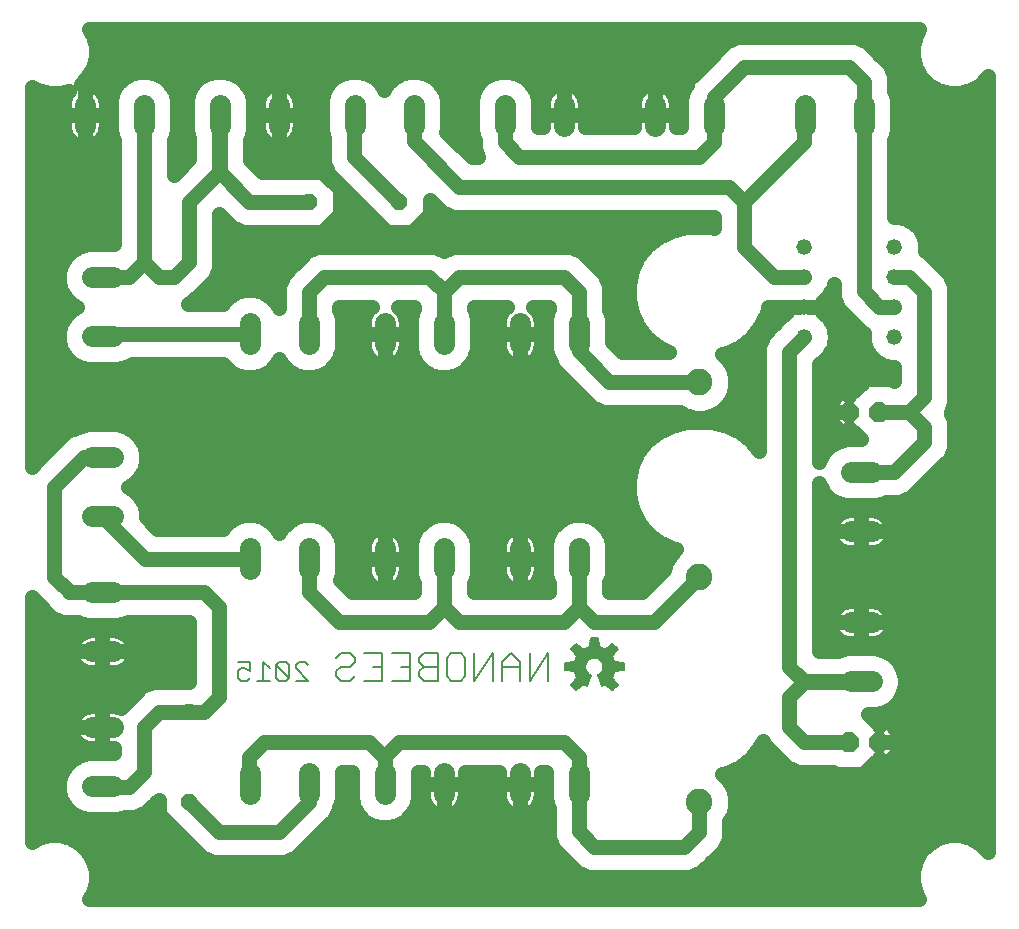
<source format=gbl>
G75*
%MOIN*%
%OFA0B0*%
%FSLAX24Y24*%
%IPPOS*%
%LPD*%
%AMOC8*
5,1,8,0,0,1.08239X$1,22.5*
%
%ADD10C,0.0080*%
%ADD11C,0.0060*%
%ADD12C,0.0520*%
%ADD13C,0.0886*%
%ADD14OC8,0.0660*%
%ADD15OC8,0.0520*%
%ADD16C,0.0700*%
%ADD17C,0.0059*%
%ADD18C,0.0500*%
D10*
X011404Y011540D02*
X011711Y011540D01*
X011864Y011693D01*
X011711Y012000D02*
X011404Y012000D01*
X011251Y011847D01*
X011251Y011693D01*
X011404Y011540D01*
X011711Y012000D02*
X011864Y012154D01*
X011864Y012307D01*
X011711Y012461D01*
X011404Y012461D01*
X011251Y012307D01*
X012171Y012461D02*
X012785Y012461D01*
X012785Y011540D01*
X012171Y011540D01*
X012478Y012000D02*
X012785Y012000D01*
X013092Y011540D02*
X013706Y011540D01*
X013706Y012461D01*
X013092Y012461D01*
X013399Y012000D02*
X013706Y012000D01*
X014013Y011847D02*
X014013Y011693D01*
X014166Y011540D01*
X014627Y011540D01*
X014627Y012461D01*
X014166Y012461D01*
X014013Y012307D01*
X014013Y012154D01*
X014166Y012000D01*
X014627Y012000D01*
X014934Y011693D02*
X014934Y012307D01*
X015087Y012461D01*
X015394Y012461D01*
X015548Y012307D01*
X015548Y011693D01*
X015394Y011540D01*
X015087Y011540D01*
X014934Y011693D01*
X014166Y012000D02*
X014013Y011847D01*
X015855Y011540D02*
X015855Y012461D01*
X016468Y012461D02*
X015855Y011540D01*
X016468Y011540D02*
X016468Y012461D01*
X016775Y012154D02*
X016775Y011540D01*
X016775Y012000D02*
X017389Y012000D01*
X017389Y012154D02*
X017389Y011540D01*
X017696Y011540D02*
X017696Y012461D01*
X017389Y012154D02*
X017082Y012461D01*
X016775Y012154D01*
X017696Y011540D02*
X018310Y012461D01*
X018310Y011540D01*
D11*
X010320Y011530D02*
X009893Y011957D01*
X009893Y012064D01*
X010000Y012171D01*
X010213Y012171D01*
X010320Y012064D01*
X010320Y011530D02*
X009893Y011530D01*
X009675Y011637D02*
X009248Y012064D01*
X009248Y011637D01*
X009355Y011530D01*
X009569Y011530D01*
X009675Y011637D01*
X009675Y012064D01*
X009569Y012171D01*
X009355Y012171D01*
X009248Y012064D01*
X009031Y011957D02*
X008817Y012171D01*
X008817Y011530D01*
X008604Y011530D02*
X009031Y011530D01*
X008386Y011637D02*
X008280Y011530D01*
X008066Y011530D01*
X007959Y011637D01*
X007959Y011850D01*
X008066Y011957D01*
X008173Y011957D01*
X008386Y011850D01*
X008386Y012171D01*
X007959Y012171D01*
D12*
X026850Y023000D03*
X026850Y024000D03*
X026850Y025000D03*
X026850Y026000D03*
X029850Y026000D03*
X029850Y025000D03*
X029850Y024000D03*
X029850Y023000D03*
D13*
X023350Y021500D03*
X023350Y015000D03*
X023350Y007500D03*
D14*
X028350Y009500D03*
X029350Y009500D03*
X029350Y020500D03*
X028350Y020500D03*
D15*
X013350Y027500D03*
X010350Y027500D03*
X006350Y010500D03*
X006350Y007500D03*
D16*
X008366Y007756D02*
X008366Y008456D01*
X010334Y008456D02*
X010334Y007756D01*
X012866Y007756D02*
X012866Y008456D01*
X014834Y008456D02*
X014834Y007756D01*
X017366Y007756D02*
X017366Y008456D01*
X019334Y008456D02*
X019334Y007756D01*
X019334Y015256D02*
X019334Y015956D01*
X017366Y015956D02*
X017366Y015256D01*
X014834Y015256D02*
X014834Y015956D01*
X012866Y015956D02*
X012866Y015256D01*
X010334Y015256D02*
X010334Y015956D01*
X008366Y015956D02*
X008366Y015256D01*
X003806Y014484D02*
X003106Y014484D01*
X003106Y012516D02*
X003806Y012516D01*
X003806Y009984D02*
X003106Y009984D01*
X003106Y008016D02*
X003806Y008016D01*
X003806Y017016D02*
X003106Y017016D01*
X003106Y018984D02*
X003806Y018984D01*
X003806Y023016D02*
X003106Y023016D01*
X003106Y024984D02*
X003806Y024984D01*
X008366Y023456D02*
X008366Y022756D01*
X010334Y022756D02*
X010334Y023456D01*
X012866Y023456D02*
X012866Y022756D01*
X014834Y022756D02*
X014834Y023456D01*
X017366Y023456D02*
X017366Y022756D01*
X019334Y022756D02*
X019334Y023456D01*
X018834Y030044D02*
X018834Y030744D01*
X016866Y030744D02*
X016866Y030044D01*
X013834Y030044D02*
X013834Y030744D01*
X011866Y030744D02*
X011866Y030044D01*
X009334Y030044D02*
X009334Y030744D01*
X007366Y030744D02*
X007366Y030044D01*
X004834Y030044D02*
X004834Y030744D01*
X002866Y030744D02*
X002866Y030044D01*
X021866Y030044D02*
X021866Y030744D01*
X023834Y030744D02*
X023834Y030044D01*
X026866Y030044D02*
X026866Y030744D01*
X028834Y030744D02*
X028834Y030044D01*
X029094Y018484D02*
X028394Y018484D01*
X028394Y016516D02*
X029094Y016516D01*
X029094Y013484D02*
X028394Y013484D01*
X028394Y011516D02*
X029094Y011516D01*
D17*
X020827Y011880D02*
X020827Y012120D01*
X020509Y012152D01*
X020475Y012259D01*
X020424Y012359D01*
X020626Y012606D01*
X020456Y012776D01*
X020209Y012574D01*
X020109Y012625D01*
X020002Y012659D01*
X019970Y012977D01*
X019730Y012977D01*
X019698Y012659D01*
X019591Y012625D01*
X019491Y012574D01*
X019244Y012776D01*
X019074Y012606D01*
X019276Y012359D01*
X019225Y012259D01*
X019191Y012152D01*
X018873Y012120D01*
X018873Y011880D01*
X019191Y011848D01*
X019225Y011741D01*
X019276Y011641D01*
X019074Y011394D01*
X019244Y011224D01*
X019491Y011426D01*
X019591Y011375D01*
X019732Y011716D01*
X019679Y011744D01*
X019632Y011782D01*
X019594Y011829D01*
X019566Y011882D01*
X019548Y011940D01*
X019542Y012000D01*
X019549Y012063D01*
X019568Y012123D01*
X019599Y012178D01*
X019641Y012225D01*
X019691Y012263D01*
X019748Y012290D01*
X019810Y012305D01*
X019873Y012307D01*
X019935Y012296D01*
X019994Y012272D01*
X020046Y012237D01*
X020090Y012192D01*
X020125Y012139D01*
X020147Y012080D01*
X020157Y012017D01*
X020154Y011954D01*
X020138Y011893D01*
X020110Y011836D01*
X020072Y011787D01*
X020023Y011746D01*
X019968Y011716D01*
X020109Y011375D01*
X020209Y011426D01*
X020456Y011224D01*
X020626Y011394D01*
X020424Y011641D01*
X020475Y011741D01*
X020509Y011848D01*
X020827Y011880D01*
X020827Y011918D02*
X020145Y011918D01*
X020155Y011975D02*
X020827Y011975D01*
X020827Y012033D02*
X020155Y012033D01*
X020143Y012090D02*
X020827Y012090D01*
X020553Y012148D02*
X020119Y012148D01*
X020077Y012205D02*
X020492Y012205D01*
X020473Y012263D02*
X020007Y012263D01*
X019690Y012263D02*
X019227Y012263D01*
X019208Y012205D02*
X019623Y012205D01*
X019582Y012148D02*
X019147Y012148D01*
X019256Y012320D02*
X020444Y012320D01*
X020440Y012378D02*
X019260Y012378D01*
X019213Y012436D02*
X020487Y012436D01*
X020534Y012493D02*
X019166Y012493D01*
X019120Y012551D02*
X020580Y012551D01*
X020623Y012608D02*
X020251Y012608D01*
X020321Y012666D02*
X020566Y012666D01*
X020508Y012723D02*
X020392Y012723D01*
X020142Y012608D02*
X019558Y012608D01*
X019449Y012608D02*
X019077Y012608D01*
X019134Y012666D02*
X019379Y012666D01*
X019308Y012723D02*
X019192Y012723D01*
X019698Y012666D02*
X020002Y012666D01*
X019996Y012723D02*
X019704Y012723D01*
X019710Y012781D02*
X019990Y012781D01*
X019984Y012838D02*
X019716Y012838D01*
X019722Y012896D02*
X019978Y012896D01*
X019972Y012954D02*
X019728Y012954D01*
X019558Y012090D02*
X018873Y012090D01*
X018873Y012033D02*
X019546Y012033D01*
X019545Y011975D02*
X018873Y011975D01*
X018873Y011918D02*
X019555Y011918D01*
X019578Y011860D02*
X019071Y011860D01*
X019205Y011802D02*
X019616Y011802D01*
X019678Y011745D02*
X019224Y011745D01*
X019253Y011687D02*
X019720Y011687D01*
X019697Y011630D02*
X019267Y011630D01*
X019220Y011572D02*
X019673Y011572D01*
X019649Y011515D02*
X019173Y011515D01*
X019126Y011457D02*
X019625Y011457D01*
X019601Y011400D02*
X019543Y011400D01*
X019459Y011400D02*
X019079Y011400D01*
X019126Y011342D02*
X019388Y011342D01*
X019318Y011284D02*
X019184Y011284D01*
X019242Y011227D02*
X019247Y011227D01*
X020027Y011572D02*
X020480Y011572D01*
X020433Y011630D02*
X020003Y011630D01*
X019980Y011687D02*
X020447Y011687D01*
X020476Y011745D02*
X020021Y011745D01*
X020084Y011802D02*
X020495Y011802D01*
X020629Y011860D02*
X020122Y011860D01*
X020051Y011515D02*
X020527Y011515D01*
X020574Y011457D02*
X020075Y011457D01*
X020099Y011400D02*
X020157Y011400D01*
X020241Y011400D02*
X020621Y011400D01*
X020574Y011342D02*
X020312Y011342D01*
X020382Y011284D02*
X020516Y011284D01*
X020458Y011227D02*
X020453Y011227D01*
D18*
X003136Y004467D02*
X003010Y004250D01*
X030690Y004250D01*
X030564Y004467D01*
X030470Y004818D01*
X030470Y005182D01*
X030564Y005533D01*
X030746Y005847D01*
X031003Y006104D01*
X031317Y006286D01*
X031668Y006380D01*
X032032Y006380D01*
X032383Y006286D01*
X032697Y006104D01*
X032954Y005847D01*
X032970Y005820D01*
X032970Y031680D01*
X032954Y031653D01*
X032697Y031396D01*
X032383Y031214D01*
X032032Y031120D01*
X031668Y031120D01*
X031317Y031214D01*
X031003Y031396D01*
X030746Y031653D01*
X030564Y031967D01*
X030470Y032318D01*
X030470Y032682D01*
X030564Y033033D01*
X030687Y033246D01*
X003013Y033246D01*
X003136Y033033D01*
X003230Y032682D01*
X003230Y032318D01*
X003136Y031967D01*
X002954Y031653D01*
X002734Y031432D01*
X002820Y031444D01*
X002866Y031444D01*
X002866Y030394D01*
X002866Y030394D01*
X003566Y030394D01*
X003566Y030790D01*
X003554Y030881D01*
X003530Y030969D01*
X003495Y031054D01*
X003449Y031133D01*
X003393Y031206D01*
X003328Y031271D01*
X003255Y031327D01*
X003176Y031373D01*
X003091Y031408D01*
X003003Y031432D01*
X002912Y031444D01*
X002866Y031444D01*
X002866Y030394D01*
X002866Y030394D01*
X003566Y030394D01*
X003566Y029998D01*
X003554Y029907D01*
X003530Y029818D01*
X003495Y029733D01*
X003449Y029654D01*
X003393Y029581D01*
X003328Y029516D01*
X003255Y029460D01*
X003176Y029415D01*
X003091Y029379D01*
X003003Y029356D01*
X002912Y029344D01*
X002866Y029344D01*
X002866Y030394D01*
X002866Y030394D01*
X002166Y030394D01*
X002166Y030790D01*
X002178Y030881D01*
X002201Y030969D01*
X002237Y031054D01*
X002282Y031133D01*
X002334Y031201D01*
X002032Y031120D01*
X001668Y031120D01*
X001317Y031214D01*
X001100Y031340D01*
X001100Y018664D01*
X001284Y018848D01*
X002284Y019848D01*
X002651Y020000D01*
X002666Y020000D01*
X002682Y020009D01*
X002961Y020084D01*
X003951Y020084D01*
X004231Y020009D01*
X004482Y019864D01*
X004687Y019660D01*
X004831Y019409D01*
X004906Y019129D01*
X004906Y018839D01*
X004831Y018560D01*
X004687Y018309D01*
X004482Y018104D01*
X004302Y018000D01*
X004482Y017896D01*
X004687Y017691D01*
X004831Y017440D01*
X004906Y017161D01*
X004906Y016980D01*
X005280Y016606D01*
X007471Y016606D01*
X007486Y016632D01*
X007690Y016837D01*
X007941Y016981D01*
X008221Y017056D01*
X008511Y017056D01*
X008790Y016981D01*
X009041Y016837D01*
X009246Y016632D01*
X009350Y016452D01*
X009454Y016632D01*
X009659Y016837D01*
X009910Y016981D01*
X010189Y017056D01*
X010479Y017056D01*
X010759Y016981D01*
X011010Y016837D01*
X011214Y016632D01*
X011359Y016381D01*
X011434Y016101D01*
X011434Y015111D01*
X011375Y014889D01*
X011764Y014500D01*
X013834Y014500D01*
X013834Y014788D01*
X013809Y014832D01*
X013734Y015111D01*
X013734Y016101D01*
X013809Y016381D01*
X013954Y016632D01*
X014159Y016837D01*
X014410Y016981D01*
X014689Y017056D01*
X014979Y017056D01*
X015259Y016981D01*
X015510Y016837D01*
X015714Y016632D01*
X015859Y016381D01*
X015934Y016101D01*
X015934Y015111D01*
X015859Y014832D01*
X015834Y014788D01*
X015834Y014500D01*
X018334Y014500D01*
X018334Y014788D01*
X018309Y014832D01*
X018234Y015111D01*
X018234Y016101D01*
X018309Y016381D01*
X018454Y016632D01*
X018659Y016837D01*
X018910Y016981D01*
X019189Y017056D01*
X019479Y017056D01*
X019759Y016981D01*
X020010Y016837D01*
X020214Y016632D01*
X020359Y016381D01*
X020434Y016101D01*
X020434Y015111D01*
X020359Y014832D01*
X020350Y014816D01*
X020350Y014500D01*
X021436Y014500D01*
X022181Y015245D01*
X022238Y015460D01*
X022395Y015732D01*
X022584Y015921D01*
X022438Y015955D01*
X022438Y015955D01*
X022000Y016166D01*
X022000Y016166D01*
X021621Y016468D01*
X021621Y016468D01*
X021621Y016468D01*
X021319Y016847D01*
X021319Y016847D01*
X021108Y017284D01*
X021108Y017284D01*
X021000Y017757D01*
X021000Y018243D01*
X021108Y018716D01*
X021108Y018716D01*
X021319Y019153D01*
X021319Y019153D01*
X021621Y019532D01*
X021621Y019532D01*
X021621Y019532D01*
X022000Y019834D01*
X022000Y019834D01*
X022438Y020045D01*
X022438Y020045D01*
X022911Y020153D01*
X023789Y020153D01*
X024262Y020045D01*
X024262Y020045D01*
X024700Y019834D01*
X024700Y019834D01*
X025079Y019532D01*
X025079Y019532D01*
X025079Y019532D01*
X025350Y019192D01*
X025350Y022699D01*
X025502Y023066D01*
X025784Y023348D01*
X026022Y023587D01*
X026042Y023620D01*
X026230Y023808D01*
X026263Y023828D01*
X026264Y023829D01*
X026255Y023857D01*
X026240Y023952D01*
X026240Y024000D01*
X026651Y024000D01*
X026651Y024000D01*
X026680Y024000D01*
X026680Y024000D01*
X025651Y024000D01*
X025642Y024004D01*
X025592Y023784D01*
X025592Y023784D01*
X025381Y023347D01*
X025381Y023347D01*
X025079Y022968D01*
X025079Y022968D01*
X024700Y022666D01*
X024700Y022666D01*
X024262Y022455D01*
X024262Y022455D01*
X024116Y022421D01*
X024305Y022232D01*
X024462Y021960D01*
X024543Y021657D01*
X024543Y021343D01*
X024462Y021040D01*
X024305Y020768D01*
X024082Y020545D01*
X023810Y020388D01*
X023507Y020307D01*
X023193Y020307D01*
X022890Y020388D01*
X022696Y020500D01*
X020151Y020500D01*
X019784Y020652D01*
X018768Y021668D01*
X018768Y021668D01*
X018486Y021949D01*
X018376Y022216D01*
X018309Y022332D01*
X018234Y022611D01*
X018234Y023601D01*
X018309Y023881D01*
X018350Y023952D01*
X018350Y024000D01*
X017807Y024000D01*
X017828Y023984D01*
X017893Y023919D01*
X017949Y023846D01*
X017995Y023767D01*
X018030Y023682D01*
X018054Y023593D01*
X018066Y023502D01*
X018066Y023106D01*
X017366Y023106D01*
X017366Y023106D01*
X017366Y022056D01*
X017412Y022056D01*
X017503Y022068D01*
X017591Y022092D01*
X017676Y022127D01*
X017755Y022173D01*
X017828Y022229D01*
X017893Y022294D01*
X017949Y022367D01*
X017995Y022446D01*
X018030Y022531D01*
X018054Y022619D01*
X018066Y022710D01*
X018066Y023106D01*
X017366Y023106D01*
X017366Y023106D01*
X017366Y022056D01*
X017320Y022056D01*
X017229Y022068D01*
X017140Y022092D01*
X017055Y022127D01*
X016976Y022173D01*
X016903Y022229D01*
X016838Y022294D01*
X016782Y022367D01*
X016737Y022446D01*
X016701Y022531D01*
X016678Y022619D01*
X016666Y022710D01*
X016666Y023106D01*
X017366Y023106D01*
X017366Y023106D01*
X016666Y023106D01*
X016666Y023502D01*
X016678Y023593D01*
X016701Y023682D01*
X016737Y023767D01*
X016782Y023846D01*
X016838Y023919D01*
X016903Y023984D01*
X016924Y024000D01*
X015834Y024000D01*
X015834Y023924D01*
X015859Y023881D01*
X015934Y023601D01*
X015934Y022611D01*
X015859Y022332D01*
X015714Y022081D01*
X015510Y021876D01*
X015259Y021731D01*
X014979Y021656D01*
X014689Y021656D01*
X014410Y021731D01*
X014159Y021876D01*
X013954Y022081D01*
X013809Y022332D01*
X013734Y022611D01*
X013734Y023601D01*
X013809Y023881D01*
X013834Y023924D01*
X013834Y024000D01*
X013307Y024000D01*
X013328Y023984D01*
X013393Y023919D01*
X013449Y023846D01*
X013495Y023767D01*
X013530Y023682D01*
X013554Y023593D01*
X013566Y023502D01*
X013566Y023106D01*
X012866Y023106D01*
X012866Y023106D01*
X012866Y022056D01*
X012912Y022056D01*
X013003Y022068D01*
X013091Y022092D01*
X013176Y022127D01*
X013255Y022173D01*
X013328Y022229D01*
X013393Y022294D01*
X013449Y022367D01*
X013495Y022446D01*
X013530Y022531D01*
X013554Y022619D01*
X013566Y022710D01*
X013566Y023106D01*
X012866Y023106D01*
X012866Y023106D01*
X012866Y022056D01*
X012820Y022056D01*
X012729Y022068D01*
X012640Y022092D01*
X012555Y022127D01*
X012476Y022173D01*
X012403Y022229D01*
X012338Y022294D01*
X012282Y022367D01*
X012237Y022446D01*
X012201Y022531D01*
X012178Y022619D01*
X012166Y022710D01*
X012166Y023106D01*
X012866Y023106D01*
X012866Y023106D01*
X012166Y023106D01*
X012166Y023502D01*
X012178Y023593D01*
X012201Y023682D01*
X012237Y023767D01*
X012282Y023846D01*
X012338Y023919D01*
X012403Y023984D01*
X012424Y024000D01*
X011350Y024000D01*
X011350Y023897D01*
X011359Y023881D01*
X011434Y023601D01*
X011434Y022611D01*
X011359Y022332D01*
X011214Y022081D01*
X011010Y021876D01*
X010759Y021731D01*
X010479Y021656D01*
X010189Y021656D01*
X009910Y021731D01*
X009659Y021876D01*
X009454Y022081D01*
X009350Y022261D01*
X009246Y022081D01*
X009041Y021876D01*
X008790Y021731D01*
X008511Y021656D01*
X008221Y021656D01*
X007941Y021731D01*
X007690Y021876D01*
X007486Y022081D01*
X007471Y022106D01*
X004431Y022106D01*
X004231Y021991D01*
X003951Y021916D01*
X002961Y021916D01*
X002682Y021991D01*
X002431Y022136D01*
X002226Y022340D01*
X002081Y022591D01*
X002006Y022871D01*
X002006Y023161D01*
X002081Y023440D01*
X002226Y023691D01*
X002431Y023896D01*
X002611Y024000D01*
X002431Y024104D01*
X002226Y024309D01*
X002081Y024560D01*
X002006Y024839D01*
X002006Y025129D01*
X002081Y025409D01*
X002226Y025660D01*
X002431Y025864D01*
X002682Y026009D01*
X002961Y026084D01*
X003834Y026084D01*
X003834Y029576D01*
X003809Y029619D01*
X003734Y029899D01*
X003734Y030889D01*
X003809Y031168D01*
X003954Y031419D01*
X004159Y031624D01*
X004410Y031769D01*
X004689Y031844D01*
X004979Y031844D01*
X005259Y031769D01*
X005510Y031624D01*
X005714Y031419D01*
X005859Y031168D01*
X005934Y030889D01*
X005934Y029899D01*
X005859Y029619D01*
X005834Y029576D01*
X005834Y028398D01*
X006350Y028914D01*
X006350Y029603D01*
X006341Y029619D01*
X006266Y029899D01*
X006266Y030889D01*
X006341Y031168D01*
X006486Y031419D01*
X006690Y031624D01*
X006941Y031769D01*
X007221Y031844D01*
X007511Y031844D01*
X007790Y031769D01*
X008041Y031624D01*
X008246Y031419D01*
X008391Y031168D01*
X008466Y030889D01*
X008466Y029899D01*
X008391Y029619D01*
X008366Y029576D01*
X008366Y028898D01*
X008764Y028500D01*
X009922Y028500D01*
X009932Y028510D01*
X010768Y028510D01*
X011360Y027918D01*
X011360Y027082D01*
X010768Y026490D01*
X009932Y026490D01*
X009922Y026500D01*
X008151Y026500D01*
X007784Y026652D01*
X007350Y027086D01*
X007350Y027086D01*
X007350Y025301D01*
X007198Y024934D01*
X006698Y024434D01*
X006416Y024152D01*
X006306Y024106D01*
X007471Y024106D01*
X007486Y024132D01*
X007690Y024337D01*
X007941Y024481D01*
X008221Y024556D01*
X008511Y024556D01*
X008790Y024481D01*
X009041Y024337D01*
X009246Y024132D01*
X009350Y023952D01*
X009350Y023952D01*
X009350Y024699D01*
X009502Y025066D01*
X009784Y025348D01*
X009784Y025348D01*
X010002Y025566D01*
X010002Y025566D01*
X010284Y025848D01*
X010651Y026000D01*
X014549Y026000D01*
X014850Y025875D01*
X015151Y026000D01*
X019049Y026000D01*
X019416Y025848D01*
X019698Y025566D01*
X020198Y025066D01*
X020350Y024699D01*
X020350Y023897D01*
X020359Y023881D01*
X020434Y023601D01*
X020434Y022830D01*
X020764Y022500D01*
X022344Y022500D01*
X022000Y022666D01*
X022000Y022666D01*
X021621Y022968D01*
X021621Y022968D01*
X021621Y022968D01*
X021319Y023347D01*
X021319Y023347D01*
X021108Y023784D01*
X021108Y023784D01*
X021000Y024257D01*
X021000Y024743D01*
X021108Y025216D01*
X021108Y025216D01*
X021319Y025653D01*
X021319Y025653D01*
X021621Y026032D01*
X021621Y026032D01*
X021621Y026032D01*
X022000Y026334D01*
X022000Y026334D01*
X022438Y026545D01*
X022438Y026545D01*
X022911Y026653D01*
X023789Y026653D01*
X023850Y026639D01*
X023850Y027000D01*
X015151Y027000D01*
X014784Y027152D01*
X014360Y027576D01*
X014360Y027082D01*
X013768Y026490D01*
X012932Y026490D01*
X012340Y027082D01*
X012340Y027096D01*
X011002Y028434D01*
X010850Y028801D01*
X010850Y029603D01*
X010841Y029619D01*
X010766Y029899D01*
X010766Y030889D01*
X010841Y031168D01*
X010986Y031419D01*
X011190Y031624D01*
X011441Y031769D01*
X011721Y031844D01*
X012011Y031844D01*
X012290Y031769D01*
X012541Y031624D01*
X012746Y031419D01*
X012850Y031239D01*
X012954Y031419D01*
X013159Y031624D01*
X013410Y031769D01*
X013689Y031844D01*
X013979Y031844D01*
X014259Y031769D01*
X014510Y031624D01*
X014714Y031419D01*
X014859Y031168D01*
X014934Y030889D01*
X014934Y029899D01*
X014920Y029845D01*
X015764Y029000D01*
X015984Y029000D01*
X015866Y029285D01*
X015866Y029576D01*
X015841Y029619D01*
X015766Y029899D01*
X015766Y030889D01*
X015841Y031168D01*
X015986Y031419D01*
X016190Y031624D01*
X016441Y031769D01*
X016721Y031844D01*
X017011Y031844D01*
X017290Y031769D01*
X017541Y031624D01*
X017746Y031419D01*
X017891Y031168D01*
X017966Y030889D01*
X017966Y030000D01*
X018134Y030000D01*
X018134Y030394D01*
X018834Y030394D01*
X018834Y031444D01*
X018788Y031444D01*
X018697Y031432D01*
X018609Y031408D01*
X018524Y031373D01*
X018445Y031327D01*
X018372Y031271D01*
X018307Y031206D01*
X018251Y031133D01*
X018205Y031054D01*
X018170Y030969D01*
X018146Y030881D01*
X018134Y030790D01*
X018134Y030394D01*
X018834Y030394D01*
X018834Y030394D01*
X018834Y030394D01*
X018834Y031444D01*
X018880Y031444D01*
X018971Y031432D01*
X019060Y031408D01*
X019145Y031373D01*
X019224Y031327D01*
X019297Y031271D01*
X019362Y031206D01*
X019418Y031133D01*
X019463Y031054D01*
X019499Y030969D01*
X019522Y030881D01*
X019534Y030790D01*
X019534Y030394D01*
X018834Y030394D01*
X018834Y030394D01*
X019534Y030394D01*
X019534Y030000D01*
X021166Y030000D01*
X021166Y030394D01*
X021866Y030394D01*
X021866Y030394D01*
X021866Y031444D01*
X021912Y031444D01*
X022003Y031432D01*
X022091Y031408D01*
X022176Y031373D01*
X022255Y031327D01*
X022328Y031271D01*
X022393Y031206D01*
X022449Y031133D01*
X022495Y031054D01*
X022530Y030969D01*
X022554Y030881D01*
X022566Y030790D01*
X022566Y030394D01*
X021866Y030394D01*
X021866Y030394D01*
X021866Y031444D01*
X021820Y031444D01*
X021729Y031432D01*
X021640Y031408D01*
X021555Y031373D01*
X021476Y031327D01*
X021403Y031271D01*
X021338Y031206D01*
X021282Y031133D01*
X021237Y031054D01*
X021201Y030969D01*
X021178Y030881D01*
X021166Y030790D01*
X021166Y030394D01*
X021866Y030394D01*
X022566Y030394D01*
X022566Y030000D01*
X022734Y030000D01*
X022734Y030889D01*
X022809Y031168D01*
X022876Y031284D01*
X022986Y031551D01*
X023268Y031832D01*
X024284Y032848D01*
X024651Y033000D01*
X028549Y033000D01*
X028916Y032848D01*
X029198Y032566D01*
X029698Y032066D01*
X029850Y031699D01*
X029850Y031184D01*
X029859Y031168D01*
X029934Y030889D01*
X029934Y029899D01*
X029859Y029619D01*
X029834Y029576D01*
X029834Y027010D01*
X029983Y027010D01*
X030240Y026941D01*
X030470Y026808D01*
X030658Y026620D01*
X030791Y026390D01*
X030860Y026133D01*
X030860Y025871D01*
X030916Y025848D01*
X031198Y025566D01*
X031698Y025066D01*
X031850Y024699D01*
X031850Y020801D01*
X031725Y020500D01*
X031850Y020199D01*
X031850Y019301D01*
X031698Y018934D01*
X031416Y018652D01*
X030416Y017652D01*
X030049Y017500D01*
X029589Y017500D01*
X029518Y017459D01*
X029239Y017384D01*
X028249Y017384D01*
X027969Y017459D01*
X027718Y017604D01*
X027513Y017809D01*
X027369Y018060D01*
X027350Y018129D01*
X027350Y012516D01*
X027926Y012516D01*
X027969Y012541D01*
X028249Y012616D01*
X029239Y012616D01*
X029518Y012541D01*
X029769Y012396D01*
X029974Y012191D01*
X030119Y011940D01*
X030194Y011661D01*
X030194Y011371D01*
X030119Y011091D01*
X029974Y010840D01*
X029769Y010636D01*
X029518Y010491D01*
X029239Y010416D01*
X028962Y010416D01*
X029197Y010180D01*
X029350Y010180D01*
X029350Y010027D01*
X029350Y010027D01*
X029350Y010180D01*
X029632Y010180D01*
X030030Y009782D01*
X030030Y009500D01*
X029430Y009500D01*
X029430Y009500D01*
X030030Y009500D01*
X030030Y009218D01*
X029632Y008820D01*
X029350Y008820D01*
X029350Y008973D01*
X029350Y008973D01*
X029350Y008820D01*
X029197Y008820D01*
X028797Y008420D01*
X027903Y008420D01*
X027823Y008500D01*
X026651Y008500D01*
X026284Y008652D01*
X026002Y008934D01*
X025502Y009434D01*
X025466Y009522D01*
X025381Y009347D01*
X025381Y009347D01*
X025079Y008968D01*
X025079Y008968D01*
X025079Y008968D01*
X024700Y008666D01*
X024700Y008666D01*
X024262Y008455D01*
X024262Y008455D01*
X024116Y008421D01*
X024305Y008232D01*
X024462Y007960D01*
X024543Y007657D01*
X024543Y007343D01*
X024462Y007040D01*
X024350Y006846D01*
X024350Y006301D01*
X024198Y005934D01*
X023698Y005434D01*
X023416Y005152D01*
X023049Y005000D01*
X019651Y005000D01*
X019284Y005152D01*
X018768Y005668D01*
X018486Y005949D01*
X018334Y006317D01*
X018334Y007288D01*
X018309Y007332D01*
X018234Y007611D01*
X018234Y008500D01*
X018066Y008500D01*
X018066Y008106D01*
X017366Y008106D01*
X017366Y008106D01*
X017366Y007056D01*
X017412Y007056D01*
X017503Y007068D01*
X017591Y007092D01*
X017676Y007127D01*
X017755Y007173D01*
X017828Y007229D01*
X017893Y007294D01*
X017949Y007367D01*
X017995Y007446D01*
X018030Y007531D01*
X018054Y007619D01*
X018066Y007710D01*
X018066Y008106D01*
X017366Y008106D01*
X017366Y008106D01*
X017366Y007056D01*
X017320Y007056D01*
X017229Y007068D01*
X017140Y007092D01*
X017055Y007127D01*
X016976Y007173D01*
X016903Y007229D01*
X016838Y007294D01*
X016782Y007367D01*
X016737Y007446D01*
X016701Y007531D01*
X016678Y007619D01*
X016666Y007710D01*
X016666Y008106D01*
X017366Y008106D01*
X017366Y008106D01*
X016666Y008106D01*
X016666Y008500D01*
X015534Y008500D01*
X015534Y008106D01*
X014834Y008106D01*
X014834Y008106D01*
X014834Y007056D01*
X014788Y007056D01*
X014697Y007068D01*
X014609Y007092D01*
X014524Y007127D01*
X014445Y007173D01*
X014372Y007229D01*
X014307Y007294D01*
X014251Y007367D01*
X014205Y007446D01*
X014170Y007531D01*
X014146Y007619D01*
X014134Y007710D01*
X014134Y008106D01*
X014834Y008106D01*
X014834Y008106D01*
X014834Y007056D01*
X014880Y007056D01*
X014971Y007068D01*
X015060Y007092D01*
X015145Y007127D01*
X015224Y007173D01*
X015297Y007229D01*
X015362Y007294D01*
X015418Y007367D01*
X015463Y007446D01*
X015499Y007531D01*
X015522Y007619D01*
X015534Y007710D01*
X015534Y008106D01*
X014834Y008106D01*
X014134Y008106D01*
X014134Y008500D01*
X013966Y008500D01*
X013966Y007611D01*
X013891Y007332D01*
X013746Y007081D01*
X013541Y006876D01*
X013290Y006731D01*
X013011Y006656D01*
X012721Y006656D01*
X012441Y006731D01*
X012190Y006876D01*
X011986Y007081D01*
X011841Y007332D01*
X011766Y007611D01*
X011766Y008500D01*
X011434Y008500D01*
X011434Y007611D01*
X011359Y007332D01*
X011350Y007316D01*
X011350Y007301D01*
X011198Y006934D01*
X010916Y006652D01*
X009916Y005652D01*
X009549Y005500D01*
X007151Y005500D01*
X006784Y005652D01*
X006502Y005934D01*
X005946Y006490D01*
X005932Y006490D01*
X005340Y007082D01*
X005340Y007576D01*
X004916Y007152D01*
X004549Y007000D01*
X004247Y007000D01*
X004231Y006991D01*
X003951Y006916D01*
X002961Y006916D01*
X002682Y006991D01*
X002431Y007136D01*
X002226Y007340D01*
X002081Y007591D01*
X002006Y007871D01*
X002006Y008161D01*
X002081Y008440D01*
X002226Y008691D01*
X002431Y008896D01*
X002682Y009041D01*
X002961Y009116D01*
X003850Y009116D01*
X003850Y009284D01*
X003456Y009284D01*
X003456Y009984D01*
X002406Y009984D01*
X002406Y009938D01*
X002418Y009847D01*
X002442Y009759D01*
X002477Y009674D01*
X002523Y009595D01*
X002579Y009522D01*
X002644Y009457D01*
X002717Y009401D01*
X002796Y009355D01*
X002881Y009320D01*
X002969Y009296D01*
X003060Y009284D01*
X003456Y009284D01*
X003456Y009984D01*
X003456Y009984D01*
X003456Y009984D01*
X002406Y009984D01*
X002406Y010030D01*
X002418Y010121D01*
X002442Y010210D01*
X002477Y010295D01*
X002523Y010374D01*
X002579Y010447D01*
X002644Y010512D01*
X002717Y010568D01*
X002796Y010613D01*
X002881Y010649D01*
X002969Y010672D01*
X003060Y010684D01*
X003456Y010684D01*
X003456Y009984D01*
X003456Y009984D01*
X003456Y010684D01*
X003852Y010684D01*
X003943Y010672D01*
X004032Y010649D01*
X004069Y010633D01*
X004502Y011066D01*
X004784Y011348D01*
X005151Y011500D01*
X005922Y011500D01*
X005932Y011510D01*
X006350Y011510D01*
X006350Y013500D01*
X004302Y013500D01*
X004231Y013459D01*
X003951Y013384D01*
X002961Y013384D01*
X002682Y013459D01*
X002638Y013484D01*
X002135Y013484D01*
X001768Y013636D01*
X001486Y013918D01*
X001464Y013972D01*
X001284Y014152D01*
X001284Y014152D01*
X001100Y014336D01*
X001100Y006160D01*
X001317Y006286D01*
X001668Y006380D01*
X002032Y006380D01*
X002383Y006286D01*
X002697Y006104D01*
X002954Y005847D01*
X003136Y005533D01*
X003230Y005182D01*
X003230Y004818D01*
X003136Y004467D01*
X003142Y004491D02*
X030558Y004491D01*
X030470Y004990D02*
X003230Y004990D01*
X003148Y005488D02*
X018948Y005488D01*
X018471Y005987D02*
X010251Y005987D01*
X010749Y006485D02*
X018334Y006485D01*
X018334Y006984D02*
X013649Y006984D01*
X013931Y007482D02*
X014190Y007482D01*
X014134Y007981D02*
X013966Y007981D01*
X013966Y008479D02*
X014134Y008479D01*
X014834Y008106D02*
X014834Y008106D01*
X014834Y007981D02*
X014834Y007981D01*
X014834Y007482D02*
X014834Y007482D01*
X015478Y007482D02*
X016722Y007482D01*
X016666Y007981D02*
X015534Y007981D01*
X015534Y008479D02*
X016666Y008479D01*
X017366Y007981D02*
X017366Y007981D01*
X017366Y007482D02*
X017366Y007482D01*
X018010Y007482D02*
X018269Y007482D01*
X018234Y007981D02*
X018066Y007981D01*
X018066Y008479D02*
X018234Y008479D01*
X019334Y008106D02*
X019334Y006516D01*
X019850Y006000D01*
X022850Y006000D01*
X023350Y006500D01*
X023350Y007500D01*
X024543Y007482D02*
X032970Y007482D01*
X032970Y006984D02*
X024429Y006984D01*
X024350Y006485D02*
X032970Y006485D01*
X032970Y005987D02*
X032815Y005987D01*
X030885Y005987D02*
X024220Y005987D01*
X023752Y005488D02*
X030552Y005488D01*
X032970Y007981D02*
X024450Y007981D01*
X024312Y008479D02*
X027844Y008479D01*
X028856Y008479D02*
X032970Y008479D01*
X032970Y008978D02*
X029789Y008978D01*
X030030Y009476D02*
X032970Y009476D01*
X032970Y009975D02*
X029837Y009975D01*
X029452Y010473D02*
X032970Y010473D01*
X032970Y010972D02*
X030050Y010972D01*
X030194Y011470D02*
X032970Y011470D01*
X032970Y011969D02*
X030102Y011969D01*
X029646Y012467D02*
X032970Y012467D01*
X032970Y012966D02*
X029565Y012966D01*
X029556Y012957D02*
X029621Y013022D01*
X029677Y013095D01*
X029723Y013174D01*
X029758Y013259D01*
X029782Y013347D01*
X029794Y013438D01*
X029794Y013484D01*
X028744Y013484D01*
X028744Y013484D01*
X028744Y012784D01*
X029140Y012784D01*
X029231Y012796D01*
X029319Y012820D01*
X029404Y012855D01*
X029483Y012901D01*
X029556Y012957D01*
X029794Y013464D02*
X032970Y013464D01*
X032970Y013963D02*
X029605Y013963D01*
X029621Y013947D02*
X029556Y014012D01*
X029483Y014068D01*
X029404Y014113D01*
X029319Y014149D01*
X029231Y014172D01*
X029140Y014184D01*
X028744Y014184D01*
X028744Y013484D01*
X028744Y013484D01*
X029794Y013484D01*
X029794Y013530D01*
X029782Y013621D01*
X029758Y013710D01*
X029723Y013795D01*
X029677Y013874D01*
X029621Y013947D01*
X028744Y013963D02*
X028744Y013963D01*
X028744Y014184D02*
X028744Y013484D01*
X028744Y012784D01*
X028348Y012784D01*
X028257Y012796D01*
X028168Y012820D01*
X028083Y012855D01*
X028004Y012901D01*
X027931Y012957D01*
X027866Y013022D01*
X027810Y013095D01*
X027765Y013174D01*
X027729Y013259D01*
X027706Y013347D01*
X027694Y013438D01*
X027694Y013484D01*
X028744Y013484D01*
X028744Y013484D01*
X028744Y013484D01*
X027694Y013484D01*
X027694Y013530D01*
X027706Y013621D01*
X027729Y013710D01*
X027765Y013795D01*
X027810Y013874D01*
X027866Y013947D01*
X027931Y014012D01*
X028004Y014068D01*
X028083Y014113D01*
X028168Y014149D01*
X028257Y014172D01*
X028348Y014184D01*
X028744Y014184D01*
X028744Y013464D02*
X028744Y013464D01*
X028744Y012966D02*
X028744Y012966D01*
X027922Y012966D02*
X027350Y012966D01*
X027350Y013464D02*
X027694Y013464D01*
X027882Y013963D02*
X027350Y013963D01*
X027350Y014461D02*
X032970Y014461D01*
X032970Y014960D02*
X027350Y014960D01*
X027350Y015458D02*
X032970Y015458D01*
X032970Y015957D02*
X029515Y015957D01*
X029483Y015932D02*
X029556Y015988D01*
X029621Y016053D01*
X029677Y016126D01*
X029723Y016205D01*
X029758Y016290D01*
X029782Y016379D01*
X029794Y016470D01*
X029794Y016516D01*
X029794Y016562D01*
X029782Y016653D01*
X029758Y016741D01*
X029723Y016826D01*
X029677Y016905D01*
X029621Y016978D01*
X029556Y017043D01*
X029483Y017099D01*
X029404Y017145D01*
X029319Y017180D01*
X029231Y017204D01*
X029140Y017216D01*
X028744Y017216D01*
X028744Y016516D01*
X029794Y016516D01*
X028744Y016516D01*
X028744Y016516D01*
X028744Y016516D01*
X028744Y017216D01*
X028348Y017216D01*
X028257Y017204D01*
X028168Y017180D01*
X028083Y017145D01*
X028004Y017099D01*
X027931Y017043D01*
X027866Y016978D01*
X027810Y016905D01*
X027765Y016826D01*
X027729Y016741D01*
X027706Y016653D01*
X027694Y016562D01*
X027694Y016516D01*
X028744Y016516D01*
X028744Y015816D01*
X029140Y015816D01*
X029231Y015828D01*
X029319Y015851D01*
X029404Y015887D01*
X029483Y015932D01*
X029792Y016455D02*
X032970Y016455D01*
X032970Y016954D02*
X029640Y016954D01*
X029491Y017452D02*
X032970Y017452D01*
X032970Y017951D02*
X030715Y017951D01*
X031213Y018449D02*
X032970Y018449D01*
X032970Y018948D02*
X031704Y018948D01*
X031850Y019446D02*
X032970Y019446D01*
X032970Y019945D02*
X031850Y019945D01*
X031749Y020443D02*
X032970Y020443D01*
X032970Y020942D02*
X031850Y020942D01*
X031850Y021440D02*
X032970Y021440D01*
X032970Y021939D02*
X031850Y021939D01*
X031850Y022437D02*
X032970Y022437D01*
X032970Y022936D02*
X031850Y022936D01*
X031850Y023434D02*
X032970Y023434D01*
X032970Y023933D02*
X031850Y023933D01*
X031850Y024431D02*
X032970Y024431D01*
X032970Y024930D02*
X031754Y024930D01*
X031336Y025428D02*
X032970Y025428D01*
X032970Y025927D02*
X030860Y025927D01*
X030771Y026425D02*
X032970Y026425D01*
X032970Y026924D02*
X030270Y026924D01*
X029834Y027422D02*
X032970Y027422D01*
X032970Y027921D02*
X029834Y027921D01*
X029834Y028419D02*
X032970Y028419D01*
X032970Y028918D02*
X029834Y028918D01*
X029834Y029416D02*
X032970Y029416D01*
X032970Y029915D02*
X029934Y029915D01*
X029934Y030413D02*
X032970Y030413D01*
X032970Y030912D02*
X029928Y030912D01*
X029850Y031410D02*
X030988Y031410D01*
X030598Y031909D02*
X029763Y031909D01*
X029357Y032407D02*
X030470Y032407D01*
X030530Y032906D02*
X028777Y032906D01*
X028350Y032000D02*
X024850Y032000D01*
X023834Y030984D01*
X023834Y030394D01*
X023850Y030378D01*
X023850Y029500D01*
X023350Y029000D01*
X017350Y029000D01*
X016866Y029484D01*
X016866Y030394D01*
X017966Y030413D02*
X018134Y030413D01*
X018155Y030912D02*
X017960Y030912D01*
X017751Y031410D02*
X018616Y031410D01*
X018834Y031410D02*
X018834Y031410D01*
X019052Y031410D02*
X021648Y031410D01*
X021866Y031410D02*
X021866Y031410D01*
X022084Y031410D02*
X022928Y031410D01*
X023344Y031909D02*
X003102Y031909D01*
X003084Y031410D02*
X003949Y031410D01*
X003740Y030912D02*
X003545Y030912D01*
X003566Y030413D02*
X003734Y030413D01*
X003734Y029915D02*
X003555Y029915D01*
X003834Y029416D02*
X003179Y029416D01*
X002866Y029416D02*
X002866Y029416D01*
X002866Y029344D02*
X002866Y030394D01*
X002866Y030394D01*
X002166Y030394D01*
X002166Y029998D01*
X002178Y029907D01*
X002201Y029818D01*
X002237Y029733D01*
X002282Y029654D01*
X002338Y029581D01*
X002403Y029516D01*
X002476Y029460D01*
X002555Y029415D01*
X002640Y029379D01*
X002729Y029356D01*
X002820Y029344D01*
X002866Y029344D01*
X002553Y029416D02*
X001100Y029416D01*
X001100Y028918D02*
X003834Y028918D01*
X003834Y028419D02*
X001100Y028419D01*
X001100Y027921D02*
X003834Y027921D01*
X003834Y027422D02*
X001100Y027422D01*
X001100Y026924D02*
X003834Y026924D01*
X003834Y026425D02*
X001100Y026425D01*
X001100Y025927D02*
X002538Y025927D01*
X002092Y025428D02*
X001100Y025428D01*
X001100Y024930D02*
X002006Y024930D01*
X002156Y024431D02*
X001100Y024431D01*
X001100Y023933D02*
X002494Y023933D01*
X002080Y023434D02*
X001100Y023434D01*
X001100Y022936D02*
X002006Y022936D01*
X002170Y022437D02*
X001100Y022437D01*
X001100Y021939D02*
X002877Y021939D01*
X004036Y021939D02*
X007628Y021939D01*
X008366Y023106D02*
X003547Y023106D01*
X003456Y023016D01*
X003456Y024984D02*
X003472Y025000D01*
X004350Y025000D01*
X004834Y025484D01*
X004834Y025500D01*
X004850Y025500D01*
X005350Y025000D01*
X005850Y025000D01*
X006350Y025500D01*
X006350Y027500D01*
X007350Y028500D01*
X007350Y030378D01*
X007366Y030394D01*
X007366Y028484D01*
X008350Y027500D01*
X010350Y027500D01*
X011202Y026924D02*
X012498Y026924D01*
X012014Y027422D02*
X011360Y027422D01*
X011358Y027921D02*
X011515Y027921D01*
X011017Y028419D02*
X010859Y028419D01*
X010850Y028918D02*
X008366Y028918D01*
X008366Y029416D02*
X009021Y029416D01*
X009024Y029415D02*
X009109Y029379D01*
X009197Y029356D01*
X009288Y029344D01*
X009334Y029344D01*
X009334Y030394D01*
X009334Y031444D01*
X009288Y031444D01*
X009197Y031432D01*
X009109Y031408D01*
X009024Y031373D01*
X008945Y031327D01*
X008872Y031271D01*
X008807Y031206D01*
X008751Y031133D01*
X008705Y031054D01*
X008670Y030969D01*
X008646Y030881D01*
X008634Y030790D01*
X008634Y030394D01*
X009334Y030394D01*
X009334Y030394D01*
X009334Y030394D01*
X009334Y031444D01*
X009380Y031444D01*
X009471Y031432D01*
X009560Y031408D01*
X009645Y031373D01*
X009724Y031327D01*
X009797Y031271D01*
X009862Y031206D01*
X009918Y031133D01*
X009963Y031054D01*
X009999Y030969D01*
X010022Y030881D01*
X010034Y030790D01*
X010034Y030394D01*
X009334Y030394D01*
X008634Y030394D01*
X008634Y029998D01*
X008646Y029907D01*
X008670Y029818D01*
X008705Y029733D01*
X008751Y029654D01*
X008807Y029581D01*
X008872Y029516D01*
X008945Y029460D01*
X009024Y029415D01*
X009334Y029416D02*
X009334Y029416D01*
X009334Y029344D02*
X009380Y029344D01*
X009471Y029356D01*
X009560Y029379D01*
X009645Y029415D01*
X009724Y029460D01*
X009797Y029516D01*
X009862Y029581D01*
X009918Y029654D01*
X009963Y029733D01*
X009999Y029818D01*
X010022Y029907D01*
X010034Y029998D01*
X010034Y030394D01*
X009334Y030394D01*
X009334Y030394D01*
X009334Y030394D01*
X009334Y029344D01*
X009647Y029416D02*
X010850Y029416D01*
X010766Y029915D02*
X010023Y029915D01*
X010034Y030413D02*
X010766Y030413D01*
X010772Y030912D02*
X010014Y030912D01*
X009552Y031410D02*
X010980Y031410D01*
X011866Y030394D02*
X011850Y030378D01*
X011850Y029000D01*
X013350Y027500D01*
X014360Y027422D02*
X014514Y027422D01*
X014202Y026924D02*
X023850Y026924D01*
X024850Y027500D02*
X024350Y028000D01*
X015350Y028000D01*
X013834Y029516D01*
X013834Y030394D01*
X014934Y030413D02*
X015766Y030413D01*
X015766Y029915D02*
X014934Y029915D01*
X015348Y029416D02*
X015866Y029416D01*
X015772Y030912D02*
X014928Y030912D01*
X014720Y031410D02*
X015980Y031410D01*
X018834Y030912D02*
X018834Y030912D01*
X018834Y030413D02*
X018834Y030413D01*
X019534Y030413D02*
X021166Y030413D01*
X021186Y030912D02*
X019514Y030912D01*
X021866Y030912D02*
X021866Y030912D01*
X021866Y030413D02*
X021866Y030413D01*
X021866Y030394D02*
X021866Y030394D01*
X022566Y030413D02*
X022734Y030413D01*
X022740Y030912D02*
X022545Y030912D01*
X023843Y032407D02*
X003230Y032407D01*
X003170Y032906D02*
X024423Y032906D01*
X026866Y030394D02*
X026850Y030378D01*
X026850Y029500D01*
X024850Y027500D01*
X024850Y026000D01*
X025850Y025000D01*
X026850Y025000D01*
X027719Y024486D02*
X027698Y024434D01*
X027678Y024413D01*
X027658Y024380D01*
X027470Y024192D01*
X027437Y024172D01*
X027436Y024171D01*
X027445Y024143D01*
X027460Y024048D01*
X027460Y024000D01*
X027049Y024000D01*
X027049Y024000D01*
X027460Y024000D01*
X027460Y023952D01*
X027445Y023857D01*
X027436Y023829D01*
X027437Y023828D01*
X027470Y023808D01*
X027658Y023620D01*
X027678Y023587D01*
X027698Y023566D01*
X027719Y023514D01*
X027791Y023390D01*
X027828Y023251D01*
X027850Y023199D01*
X027850Y023170D01*
X027860Y023133D01*
X027860Y022867D01*
X027850Y022830D01*
X027850Y022801D01*
X027828Y022749D01*
X027791Y022610D01*
X027719Y022486D01*
X027698Y022434D01*
X027678Y022413D01*
X027658Y022380D01*
X027470Y022192D01*
X027437Y022172D01*
X027350Y022086D01*
X027350Y018839D01*
X027369Y018909D01*
X027513Y019160D01*
X027718Y019364D01*
X027969Y019509D01*
X028249Y019584D01*
X028738Y019584D01*
X028503Y019820D01*
X028350Y019820D01*
X028350Y019973D01*
X028350Y019973D01*
X028350Y019820D01*
X028068Y019820D01*
X027670Y020218D01*
X027670Y020500D01*
X028270Y020500D01*
X028270Y020500D01*
X027670Y020500D01*
X027670Y020782D01*
X028068Y021180D01*
X028350Y021180D01*
X028350Y021027D01*
X028350Y021180D01*
X028503Y021180D01*
X028903Y021580D01*
X029797Y021580D01*
X029850Y021527D01*
X029850Y021990D01*
X029717Y021990D01*
X029460Y022059D01*
X029230Y022192D01*
X029042Y022380D01*
X028909Y022610D01*
X028840Y022867D01*
X028840Y023129D01*
X028784Y023152D01*
X028268Y023668D01*
X027986Y023949D01*
X027834Y024317D01*
X027834Y024763D01*
X027828Y024749D01*
X027791Y024610D01*
X027719Y024486D01*
X027695Y024431D02*
X027834Y024431D01*
X028003Y023933D02*
X027457Y023933D01*
X027049Y024000D02*
X027049Y024000D01*
X027020Y024000D01*
X027020Y024000D01*
X027049Y024000D01*
X027766Y023434D02*
X028502Y023434D01*
X028840Y022936D02*
X027860Y022936D01*
X027699Y022437D02*
X029009Y022437D01*
X029850Y021939D02*
X027350Y021939D01*
X027350Y021440D02*
X028763Y021440D01*
X028350Y021027D02*
X028350Y021027D01*
X027830Y020942D02*
X027350Y020942D01*
X027350Y020443D02*
X027670Y020443D01*
X027944Y019945D02*
X027350Y019945D01*
X027350Y019446D02*
X027860Y019446D01*
X027391Y018948D02*
X027350Y018948D01*
X027350Y017951D02*
X027432Y017951D01*
X027350Y017452D02*
X027996Y017452D01*
X027847Y016954D02*
X027350Y016954D01*
X027694Y016516D02*
X027694Y016470D01*
X027706Y016379D01*
X027729Y016290D01*
X027765Y016205D01*
X027810Y016126D01*
X027866Y016053D01*
X027931Y015988D01*
X028004Y015932D01*
X028083Y015887D01*
X028168Y015851D01*
X028257Y015828D01*
X028348Y015816D01*
X028744Y015816D01*
X028744Y016516D01*
X028744Y016516D01*
X028744Y016516D01*
X027694Y016516D01*
X027696Y016455D02*
X027350Y016455D01*
X027350Y015957D02*
X027973Y015957D01*
X028744Y015957D02*
X028744Y015957D01*
X028744Y016455D02*
X028744Y016455D01*
X028744Y016954D02*
X028744Y016954D01*
X028744Y018484D02*
X028759Y018500D01*
X029850Y018500D01*
X030850Y019500D01*
X030850Y020000D01*
X030350Y020500D01*
X030850Y021000D01*
X030850Y024500D01*
X030350Y025000D01*
X029850Y025000D01*
X029850Y024000D02*
X029350Y024000D01*
X028834Y024516D01*
X028834Y030394D01*
X028850Y030409D01*
X028850Y031500D01*
X028350Y032000D01*
X032712Y031410D02*
X032970Y031410D01*
X026243Y023933D02*
X025626Y023933D01*
X025423Y023434D02*
X025870Y023434D01*
X025448Y022936D02*
X025038Y022936D01*
X025350Y022437D02*
X024184Y022437D01*
X024467Y021939D02*
X025350Y021939D01*
X025350Y021440D02*
X024543Y021440D01*
X024405Y020942D02*
X025350Y020942D01*
X025350Y020443D02*
X023905Y020443D01*
X024471Y019945D02*
X025350Y019945D01*
X025350Y019446D02*
X025147Y019446D01*
X023350Y021500D02*
X020350Y021500D01*
X019334Y022516D01*
X019334Y023106D01*
X019350Y023122D01*
X019350Y024500D01*
X018850Y025000D01*
X015350Y025000D01*
X014850Y024500D01*
X014834Y024500D01*
X014834Y023106D01*
X013734Y022936D02*
X013566Y022936D01*
X013490Y022437D02*
X013781Y022437D01*
X014096Y021939D02*
X011072Y021939D01*
X011388Y022437D02*
X012242Y022437D01*
X012166Y022936D02*
X011434Y022936D01*
X011434Y023434D02*
X012166Y023434D01*
X012352Y023933D02*
X011350Y023933D01*
X010350Y024500D02*
X010850Y025000D01*
X014350Y025000D01*
X014834Y024516D01*
X014834Y024500D01*
X013834Y023933D02*
X013379Y023933D01*
X013566Y023434D02*
X013734Y023434D01*
X012866Y022936D02*
X012866Y022936D01*
X012866Y022437D02*
X012866Y022437D01*
X010350Y023122D02*
X010350Y024500D01*
X009446Y024930D02*
X007194Y024930D01*
X006695Y024431D02*
X007854Y024431D01*
X008877Y024431D02*
X009350Y024431D01*
X009864Y025428D02*
X007350Y025428D01*
X007350Y025927D02*
X010474Y025927D01*
X010350Y023122D02*
X010334Y023106D01*
X009596Y021939D02*
X009104Y021939D01*
X004810Y019446D02*
X021553Y019446D01*
X021220Y018948D02*
X004906Y018948D01*
X004767Y018449D02*
X021047Y018449D01*
X021000Y017951D02*
X004387Y017951D01*
X004825Y017452D02*
X021070Y017452D01*
X021268Y016954D02*
X019807Y016954D01*
X020316Y016455D02*
X021637Y016455D01*
X022434Y015957D02*
X020434Y015957D01*
X020434Y015458D02*
X022238Y015458D01*
X021895Y014960D02*
X020394Y014960D01*
X019350Y015591D02*
X019350Y014000D01*
X018850Y013500D01*
X015350Y013500D01*
X014850Y014000D01*
X014834Y014000D01*
X014834Y015606D01*
X013734Y015458D02*
X013566Y015458D01*
X013566Y015606D02*
X012866Y015606D01*
X012866Y015606D01*
X012866Y014556D01*
X012912Y014556D01*
X013003Y014568D01*
X013091Y014592D01*
X013176Y014627D01*
X013255Y014673D01*
X013328Y014729D01*
X013393Y014794D01*
X013449Y014867D01*
X013495Y014946D01*
X013530Y015031D01*
X013554Y015119D01*
X013566Y015210D01*
X013566Y015606D01*
X013566Y016002D01*
X013554Y016093D01*
X013530Y016182D01*
X013495Y016267D01*
X013449Y016346D01*
X013393Y016419D01*
X013328Y016484D01*
X013255Y016540D01*
X013176Y016585D01*
X013091Y016621D01*
X013003Y016644D01*
X012912Y016656D01*
X012866Y016656D01*
X012866Y015606D01*
X012866Y015606D01*
X012866Y014556D01*
X012820Y014556D01*
X012729Y014568D01*
X012640Y014592D01*
X012555Y014627D01*
X012476Y014673D01*
X012403Y014729D01*
X012338Y014794D01*
X012282Y014867D01*
X012237Y014946D01*
X012201Y015031D01*
X012178Y015119D01*
X012166Y015210D01*
X012166Y015606D01*
X012866Y015606D01*
X013566Y015606D01*
X013566Y015957D02*
X013734Y015957D01*
X013852Y016455D02*
X013357Y016455D01*
X012866Y016455D02*
X012866Y016455D01*
X012866Y016656D02*
X012820Y016656D01*
X012729Y016644D01*
X012640Y016621D01*
X012555Y016585D01*
X012476Y016540D01*
X012403Y016484D01*
X012338Y016419D01*
X012282Y016346D01*
X012237Y016267D01*
X012201Y016182D01*
X012178Y016093D01*
X012166Y016002D01*
X012166Y015606D01*
X012866Y015606D01*
X012866Y015606D01*
X012866Y015606D01*
X012866Y016656D01*
X012375Y016455D02*
X011316Y016455D01*
X011434Y015957D02*
X012166Y015957D01*
X012166Y015458D02*
X011434Y015458D01*
X011394Y014960D02*
X012231Y014960D01*
X012866Y014960D02*
X012866Y014960D01*
X012866Y015458D02*
X012866Y015458D01*
X012866Y015957D02*
X012866Y015957D01*
X013500Y014960D02*
X013775Y014960D01*
X014834Y014000D02*
X014834Y013984D01*
X014350Y013500D01*
X011350Y013500D01*
X010350Y014500D01*
X010350Y015591D01*
X010334Y015606D01*
X009352Y016455D02*
X009348Y016455D01*
X008839Y016954D02*
X009861Y016954D01*
X010807Y016954D02*
X014361Y016954D01*
X015307Y016954D02*
X018861Y016954D01*
X018352Y016455D02*
X017857Y016455D01*
X017828Y016484D02*
X017755Y016540D01*
X017676Y016585D01*
X017591Y016621D01*
X017503Y016644D01*
X017412Y016656D01*
X017366Y016656D01*
X017366Y015606D01*
X017366Y015606D01*
X018066Y015606D01*
X018066Y015210D01*
X018054Y015119D01*
X018030Y015031D01*
X017995Y014946D01*
X017949Y014867D01*
X017893Y014794D01*
X017828Y014729D01*
X017755Y014673D01*
X017676Y014627D01*
X017591Y014592D01*
X017503Y014568D01*
X017412Y014556D01*
X017366Y014556D01*
X017366Y015606D01*
X017366Y015606D01*
X017366Y014556D01*
X017320Y014556D01*
X017229Y014568D01*
X017140Y014592D01*
X017055Y014627D01*
X016976Y014673D01*
X016903Y014729D01*
X016838Y014794D01*
X016782Y014867D01*
X016737Y014946D01*
X016701Y015031D01*
X016678Y015119D01*
X016666Y015210D01*
X016666Y015606D01*
X017366Y015606D01*
X018066Y015606D01*
X018066Y016002D01*
X018054Y016093D01*
X018030Y016182D01*
X017995Y016267D01*
X017949Y016346D01*
X017893Y016419D01*
X017828Y016484D01*
X018066Y015957D02*
X018234Y015957D01*
X018234Y015458D02*
X018066Y015458D01*
X018000Y014960D02*
X018275Y014960D01*
X017366Y014960D02*
X017366Y014960D01*
X017366Y015458D02*
X017366Y015458D01*
X017366Y015606D02*
X017366Y015606D01*
X017366Y015606D01*
X016666Y015606D01*
X016666Y016002D01*
X016678Y016093D01*
X016701Y016182D01*
X016737Y016267D01*
X016782Y016346D01*
X016838Y016419D01*
X016903Y016484D01*
X016976Y016540D01*
X017055Y016585D01*
X017140Y016621D01*
X017229Y016644D01*
X017320Y016656D01*
X017366Y016656D01*
X017366Y015606D01*
X017366Y015957D02*
X017366Y015957D01*
X017366Y016455D02*
X017366Y016455D01*
X016875Y016455D02*
X015816Y016455D01*
X015934Y015957D02*
X016666Y015957D01*
X016666Y015458D02*
X015934Y015458D01*
X015894Y014960D02*
X016731Y014960D01*
X019334Y015606D02*
X019334Y014016D01*
X019350Y014000D01*
X019850Y013500D01*
X021850Y013500D01*
X023350Y015000D01*
X026350Y012000D02*
X026834Y011516D01*
X028744Y011516D01*
X028728Y011500D01*
X026850Y011500D01*
X026350Y011000D01*
X026350Y010000D01*
X026850Y009500D01*
X028350Y009500D01*
X025958Y008978D02*
X025086Y008978D01*
X025443Y009476D02*
X025485Y009476D01*
X026350Y012000D02*
X026350Y022500D01*
X026850Y023000D01*
X029350Y020500D02*
X030350Y020500D01*
X028350Y019945D02*
X028350Y019945D01*
X022795Y020443D02*
X001100Y020443D01*
X001100Y019945D02*
X002517Y019945D01*
X001882Y019446D02*
X001100Y019446D01*
X001100Y018948D02*
X001383Y018948D01*
X001850Y018000D02*
X001850Y015000D01*
X002366Y014484D01*
X002334Y014484D01*
X002350Y014500D01*
X006850Y014500D01*
X007350Y014000D01*
X007350Y011000D01*
X006850Y010500D01*
X006350Y010500D01*
X005350Y010500D01*
X004850Y010000D01*
X004850Y008500D01*
X004350Y008000D01*
X003472Y008000D01*
X003456Y008016D01*
X003441Y008000D01*
X002709Y006984D02*
X001100Y006984D01*
X001100Y007482D02*
X002144Y007482D01*
X002006Y007981D02*
X001100Y007981D01*
X001100Y008479D02*
X002104Y008479D01*
X002572Y008978D02*
X001100Y008978D01*
X001100Y009476D02*
X002625Y009476D01*
X002406Y009975D02*
X001100Y009975D01*
X001100Y010473D02*
X002605Y010473D01*
X003456Y010473D02*
X003456Y010473D01*
X003456Y009975D02*
X003456Y009975D01*
X003456Y009476D02*
X003456Y009476D01*
X004407Y010972D02*
X001100Y010972D01*
X001100Y011470D02*
X005079Y011470D01*
X004334Y012053D02*
X004390Y012126D01*
X004435Y012205D01*
X004471Y012290D01*
X004494Y012379D01*
X004506Y012470D01*
X004506Y012516D01*
X004506Y012562D01*
X004494Y012653D01*
X004471Y012741D01*
X004435Y012826D01*
X004390Y012905D01*
X004334Y012978D01*
X004269Y013043D01*
X004196Y013099D01*
X004117Y013145D01*
X004032Y013180D01*
X003943Y013204D01*
X003852Y013216D01*
X003456Y013216D01*
X003060Y013216D01*
X002969Y013204D01*
X002881Y013180D01*
X002796Y013145D01*
X002717Y013099D01*
X002644Y013043D01*
X002579Y012978D01*
X002523Y012905D01*
X002477Y012826D01*
X002442Y012741D01*
X002418Y012653D01*
X002406Y012562D01*
X002406Y012516D01*
X003456Y012516D01*
X003456Y013216D01*
X003456Y012516D01*
X003456Y012516D01*
X003456Y012516D01*
X002406Y012516D01*
X002406Y012470D01*
X002418Y012379D01*
X002442Y012290D01*
X002477Y012205D01*
X002523Y012126D01*
X002579Y012053D01*
X002644Y011988D01*
X002717Y011932D01*
X002796Y011887D01*
X002881Y011851D01*
X002969Y011828D01*
X003060Y011816D01*
X003456Y011816D01*
X003456Y012516D01*
X003456Y012516D01*
X004506Y012516D01*
X003456Y012516D01*
X003456Y012516D01*
X003456Y011816D01*
X003852Y011816D01*
X003943Y011828D01*
X004032Y011851D01*
X004117Y011887D01*
X004196Y011932D01*
X004269Y011988D01*
X004334Y012053D01*
X004243Y011969D02*
X006350Y011969D01*
X006350Y012467D02*
X004506Y012467D01*
X004344Y012966D02*
X006350Y012966D01*
X006350Y013464D02*
X004239Y013464D01*
X003456Y012966D02*
X003456Y012966D01*
X003456Y012467D02*
X003456Y012467D01*
X003456Y011969D02*
X003456Y011969D01*
X002670Y011969D02*
X001100Y011969D01*
X001100Y012467D02*
X002407Y012467D01*
X002569Y012966D02*
X001100Y012966D01*
X001100Y013464D02*
X002673Y013464D01*
X002366Y014484D02*
X003456Y014484D01*
X004866Y015606D02*
X008366Y015606D01*
X007893Y016954D02*
X004933Y016954D01*
X004866Y015606D02*
X003456Y017016D01*
X001850Y018000D02*
X002850Y019000D01*
X003441Y019000D01*
X003456Y018984D01*
X004343Y019945D02*
X022229Y019945D01*
X019494Y020942D02*
X001100Y020942D01*
X001100Y021440D02*
X018996Y021440D01*
X018497Y021939D02*
X015572Y021939D01*
X015888Y022437D02*
X016742Y022437D01*
X016666Y022936D02*
X015934Y022936D01*
X015934Y023434D02*
X016666Y023434D01*
X016852Y023933D02*
X015834Y023933D01*
X017366Y022936D02*
X017366Y022936D01*
X017366Y022437D02*
X017366Y022437D01*
X017990Y022437D02*
X018281Y022437D01*
X018234Y022936D02*
X018066Y022936D01*
X018066Y023434D02*
X018234Y023434D01*
X018339Y023933D02*
X017879Y023933D01*
X019226Y025927D02*
X021537Y025927D01*
X021210Y025428D02*
X019836Y025428D01*
X020254Y024930D02*
X021043Y024930D01*
X021000Y024431D02*
X020350Y024431D01*
X020350Y023933D02*
X021074Y023933D01*
X021277Y023434D02*
X020434Y023434D01*
X020434Y022936D02*
X021662Y022936D01*
X022188Y026425D02*
X007350Y026425D01*
X007350Y026924D02*
X007512Y026924D01*
X005855Y028419D02*
X005834Y028419D01*
X005834Y028918D02*
X006350Y028918D01*
X006350Y029416D02*
X005834Y029416D01*
X005934Y029915D02*
X006266Y029915D01*
X006266Y030413D02*
X005934Y030413D01*
X005928Y030912D02*
X006272Y030912D01*
X006480Y031410D02*
X005720Y031410D01*
X004834Y030394D02*
X004834Y025500D01*
X002866Y029915D02*
X002866Y029915D01*
X002866Y030413D02*
X002866Y030413D01*
X002866Y030912D02*
X002866Y030912D01*
X002866Y031410D02*
X002866Y031410D01*
X002186Y030912D02*
X001100Y030912D01*
X001100Y030413D02*
X002166Y030413D01*
X002177Y029915D02*
X001100Y029915D01*
X008251Y031410D02*
X009116Y031410D01*
X009334Y031410D02*
X009334Y031410D01*
X009334Y030912D02*
X009334Y030912D01*
X009334Y030413D02*
X009334Y030413D01*
X009334Y029915D02*
X009334Y029915D01*
X008645Y029915D02*
X008466Y029915D01*
X008466Y030413D02*
X008634Y030413D01*
X008655Y030912D02*
X008460Y030912D01*
X012751Y031410D02*
X012949Y031410D01*
X014726Y025927D02*
X014974Y025927D01*
X019334Y015606D02*
X019350Y015591D01*
X018850Y009500D02*
X013350Y009500D01*
X012850Y009000D01*
X012866Y008984D01*
X012866Y008106D01*
X012850Y009000D02*
X012350Y009500D01*
X008850Y009500D01*
X008350Y009000D01*
X008350Y008122D01*
X008366Y008106D01*
X009350Y006500D02*
X007350Y006500D01*
X006350Y007500D01*
X005340Y007482D02*
X005246Y007482D01*
X005438Y006984D02*
X004204Y006984D01*
X002815Y005987D02*
X006449Y005987D01*
X005951Y006485D02*
X001100Y006485D01*
X001100Y013963D02*
X001468Y013963D01*
X009350Y006500D02*
X010350Y007500D01*
X010334Y007516D01*
X010334Y008106D01*
X011434Y007981D02*
X011766Y007981D01*
X011766Y008479D02*
X011434Y008479D01*
X011400Y007482D02*
X011800Y007482D01*
X012083Y006984D02*
X011218Y006984D01*
X018850Y009500D02*
X019350Y009000D01*
X019350Y008122D01*
X019334Y008106D01*
M02*

</source>
